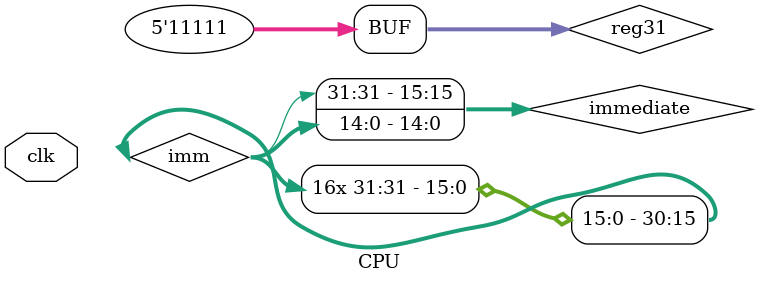
<source format=v>
`include "alu.v"
`include "pc_unit.v"
`include "regfile.v"
`include "instruction_decoder.v"
`include "datamemory.v"
`include "mux5.v"

`define LW    6'h23
`define SW    6'h2b
`define J     6'h2
`define JAL   6'h3
`define BEQ   6'h4
`define BNE   6'h5
`define XORI  6'he
`define ADDI  6'h8

`define ARITH 6'h0
`define JR    6'h8
`define ADD   6'h20
`define SUB   6'h22
`define SLT   6'h2a

module CPUcontrolLUT (
input       clk,
input [5:0] opcode,
            funct,
output reg  ctrlJ,
            ctrlJR,
            ctrlJAL,
            ctrlBEQ,
            ctrlBNE,
            RegDst,
            RegWr,
            ALUsrc,
            MemWr,
            MemToReg,
output reg [2:0] ALUctrl
);
  localparam     Rd = 0,
                 Rt = 1,
             ALUadd = 3'b000,
             ALUxor = 3'b010,
             ALUsub = 3'b001,
             ALUslt = 3'b011,
                 Db = 0,
                Imm = 1,
             ALUout = 0,
              Dout  = 1;

  always @(*) begin
    case(opcode)
      `LW: begin
        ctrlJ = 0;   ctrlJR = 0;  ctrlJAL = 0;
        ctrlBEQ = 0; ctrlBNE = 0;
        RegDst = Rt;  RegWr = 1;
        ALUctrl = ALUadd; ALUsrc = Imm;
        MemWr = 0;   MemToReg = Dout;
      end
      `SW: begin
        ctrlJ = 0;   ctrlJR = 0;  ctrlJAL = 0;
        ctrlBEQ = 0; ctrlBNE = 0;
        RegDst = Rd;  RegWr = 0;
        ALUctrl = ALUadd; ALUsrc = Imm;
        MemWr = 1;   MemToReg = ALUout;
      end
      `J: begin
        ctrlJ = 1;   ctrlJR = 0;  ctrlJAL = 0;
        ctrlBEQ = 0; ctrlBNE = 0;
        RegDst = Rd;  RegWr = 0;
        ALUctrl = ALUxor; ALUsrc = Db;
        MemWr = 0;   MemToReg = ALUout;
      end
      `JAL: begin
        ctrlJ = 1;   ctrlJR = 0;  ctrlJAL = 1;
        ctrlBEQ = 0; ctrlBNE = 0;
        RegDst = Rd;  RegWr = 1;
        ALUctrl = ALUxor; ALUsrc = Db;
        MemWr = 0;   MemToReg = ALUout;
      end
      `BEQ: begin
        ctrlJ = 0;   ctrlJR = 0;  ctrlJAL = 0;
        ctrlBEQ = 1; ctrlBNE = 0;
        RegDst = Rd;  RegWr = 0;
        ALUctrl = ALUxor; ALUsrc = Db;
        MemWr = 0;   MemToReg = ALUout;
      end
      `BNE: begin
        ctrlJ = 0;   ctrlJR = 0;  ctrlJAL = 0;
        ctrlBEQ = 0; ctrlBNE = 1;
        RegDst = Rd;  RegWr = 0;
        ALUctrl = ALUxor; ALUsrc = Db;
        MemWr = 0;   MemToReg = ALUout;
      end
      `XORI: begin
        ctrlJ = 0;   ctrlJR = 0;  ctrlJAL = 0;
        ctrlBEQ = 0; ctrlBNE = 0;
        RegDst = Rt;  RegWr = 1;
        ALUctrl = ALUxor; ALUsrc = Imm;
        MemWr = 0;   MemToReg = ALUout;
      end
      `ADDI: begin
        ctrlJ = 0;   ctrlJR = 0;  ctrlJAL = 0;
        ctrlBEQ = 0; ctrlBNE = 0;
        RegDst = Rt;  RegWr = 1;
        ALUctrl = ALUadd; ALUsrc = Imm;
        MemWr = 0;   MemToReg = ALUout;
      end
      `ARITH: begin
        case(funct)
          `JR: begin
            ctrlJ = 1;   ctrlJR = 1;  ctrlJAL = 0;
            ctrlBEQ = 0; ctrlBNE = 0;
            RegDst = Rd;  RegWr = 0;
            ALUctrl = ALUxor; ALUsrc = Db;
            MemWr = 0;   MemToReg = ALUout;
          end
          `ADD: begin
            ctrlJ = 0;   ctrlJR = 0;  ctrlJAL = 0;
            ctrlBEQ = 0; ctrlBNE = 0;
            RegDst = Rd;  RegWr = 1;
            ALUctrl = ALUadd; ALUsrc = Db;
            MemWr = 0;   MemToReg = ALUout;
          end
          `SUB: begin
            ctrlJ = 0;   ctrlJR = 0;  ctrlJAL = 0;
            ctrlBEQ = 0; ctrlBNE = 0;
            RegDst = Rd;  RegWr = 1;
            ALUctrl = ALUsub; ALUsrc = Db;
            MemWr = 0;   MemToReg = ALUout;
          end
          `SLT: begin
            ctrlJ = 0;   ctrlJR = 0;  ctrlJAL = 0;
            ctrlBEQ = 0; ctrlBNE = 0;
            RegDst = Rd;  RegWr = 1;
            ALUctrl = ALUslt; ALUsrc = Db;
            MemWr = 0;   MemToReg = ALUout;
          end
        endcase
      end
    endcase
  end
endmodule

module CPU
(
input clk
);

  // Instruction decoder outputs
  wire[5:0] opcode,
            funct;
  wire[4:0] rs,
            rt,
            rd;
  wire [15:0] immediate;
  wire [25:0] address;

  //Instruction decoder input
  wire [31:0] instruction;

  // LUT outputs
  wire  ctrlJ,
        ctrlJR,
        ctrlJAL,
        ctrlBEQ,
        ctrlBNE,
        RegDst,
        RegWr,
        ALUsrc,
        MemWr,
        MemToReg;
  wire [2:0] ALUctrl;

  // PC outputs
  wire [31:0] PC;
  wire [31:0] PC_plus_four;

  // Reg file inputs and outputs
  reg [4:0] reg31 = 5'd31;
  wire [4:0] rdMuxOut;
  wire [31:0] regDataIn;
  wire [31:0] da,
              db;

  // ALU src mux
  wire [31:0] ALUsrcMuxOut;

  // ALU outputs
  wire [31:0] ALUout;
  wire        ALUzero;

  // Reg Dest outputs
  wire [4:0] regDstMuxOut;

  instruction_decoder instrdecoder(.instruction(instruction),
                      .opcode(opcode),
                      .rs(rs),
                      .rt(rt),
                      .rd(rd),
                      .funct(funct),
                      .immediate(immediate),
                      .address(address));

  CPUcontrolLUT LUT(.clk(clk),
                    .opcode(opcode),
                    .funct(funct),
                    .ctrlJ(ctrlJ),
                    .ctrlJR(ctrlJR),
                    .ctrlJAL(ctrlJAL),
                    .ctrlBEQ(ctrlBEQ),
                    .ctrlBNE(ctrlBNE),
                    .RegDst(RegDst),
                    .RegWr(RegWr),
                    .ALUctrl(ALUctrl),
                    .ALUsrc(ALUsrc),
                    .MemWr(MemWr),
                    .MemToReg(MemToReg));

  pcUnit pcmodule(.PC(PC),
                  .PC_plus_four(PC_plus_four),
                  .clk(clk),
                  .branchAddr(immediate),
                  .jumpAddr(address),
                  .regDa(da),
                  .ALUzero(ALUzero),
                  .ctrlBEQ(ctrlBEQ),
                  .ctrlBNE(ctrlBNE),
                  .ctrlJ(ctrlJ),
                  .ctrlJR(ctrlJR)
                  );

  // Reg file inputs
  // Aw input
  mux2to1by5 rdMux(.out(rdMuxOut),
                  .address(ctrlJAL),
                  .input0(rd),
                  .input1(reg31));

  mux2to1by5 regDstMux(.out(regDstMuxOut),
                  .address(RegDst),
                  .input0(rdMuxOut),
                  .input1(rt));

  regfile regFile(.ReadData1(da),
                  .ReadData2(db),
                  .WriteData(regDataIn),
                  .ReadRegister1(rs),
                  .ReadRegister2(rt),
                  .WriteRegister(regDstMuxOut),
                  .RegWrite(RegWr),
                  .Clk(clk));

  // ALU input
  // Immediate sign extend
  wire [31:0] imm;
  assign imm = {{16{immediate[15]}}, immediate};

  mux2to1by32 ALUsrcMux(.out(ALUsrcMuxOut),
                  .address(ALUsrc),
                  .input0(db),
                  .input1(imm));

  ALU alu(.result(ALUout),
                  .carryout(),
                  .zero(ALUzero),
                  .overflow(),
                  .operandA(da),
                  .operandB(ALUsrcMuxOut),
                  .command(ALUctrl));

  // data memory to register
  wire [31:0]  dataOut;
  wire [31:0] dataMemMuxOut;

  datamemory datamem(.clk(clk),
                    .instrOut(instruction),
                    .dataOut(dataOut),
                    .instrAddr(PC),
                    .address(ALUout),
                    .writeEnable(MemWr),
                    .dataIn(db));

  mux2to1by32 dataMemMux(.out(dataMemMuxOut),
                        .address(MemToReg),
                        .input0(ALUout),
                        .input1(dataOut));

  mux2to1by32 regDwMux(.out(regDataIn),
                      .address(ctrlJAL),
                      .input0(dataMemMuxOut),
                      .input1(PC_plus_four));
endmodule

</source>
